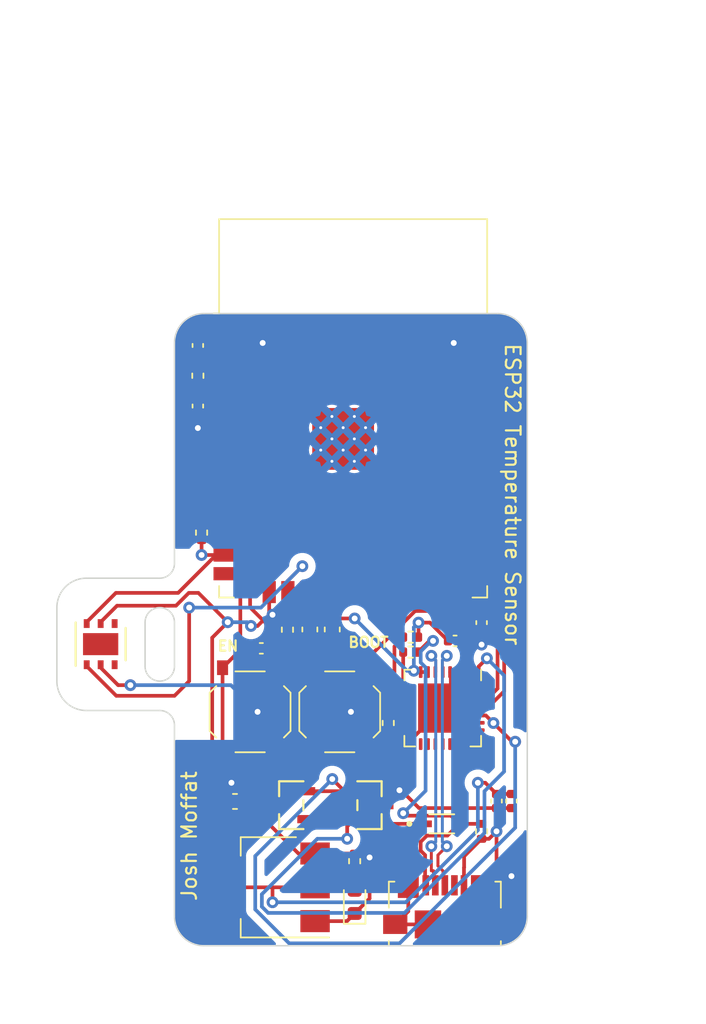
<source format=kicad_pcb>
(kicad_pcb (version 20221018) (generator pcbnew)
  (layers (0 "F.Cu" signal) (31 "B.Cu" signal) (34 "B.Paste" user) (35 "F.Paste" user) (36 "B.SilkS" user "B.Silkscreen") (37 "F.SilkS" user "F.Silkscreen") (38 "B.Mask" user) (39 "F.Mask" user) (44 "Edge.Cuts" user))
  (net 0 "")
  (net 1 "+3V3")
  (net 2 "GND")
  (net 3 "EN")
  (net 4 "+5V")
  (net 5 "IO0")
  (net 6 "Net-(D1-A)")
  (net 7 "VBUS")
  (net 8 "USB_N")
  (net 9 "USB_P")
  (net 11 "unconnected-(J1-Shield-Pad6)")
  (net 12 "IO13")
  (net 16 "DTR")
  (net 17 "RTS")
  (net 18 "Net-(U3-VBUS)")
  (net 19 "Net-(U3-~{SUSPEND})")
  (net 20 "Net-(U3-~{RST})")
  (net 21 "IO12")
  (net 22 "IO14")
  (net 23 "IO27")
  (net 24 "IO19")
  (net 25 "IO18")
  (net 26 "IO5")
  (net 27 "IO17")
  (net 28 "IO16")
  (net 48 "RX")
  (net 49 "TX")
  (footprint "Capacitor_SMD:C_0402_1005Metric" (layer "F.Cu") (at 148.59 64.29 -90)
    (fp_text reference "C3" hide)
    (fp_text value "0.1uf")
    (pad "1" smd roundrect (at -0.48 0 270) (size 0.56 0.62) (layers "F.Cu" "F.Paste" "F.Mask") (net 3 "EN"))
    (pad "2" smd roundrect (at 0.48 0 270) (size 0.56 0.62) (layers "F.Cu" "F.Paste" "F.Mask") (net 2 "GND"))
  )
  (footprint "Resistor_SMD:R_0402_1005Metric" (layer "F.Cu") (at 161.544 85.85 90)
    (fp_text reference "R5")
    (fp_text value "10kk")
    (pad "1" smd roundrect (at -0.51 0 90) (size 0.54 0.64) (layers "F.Cu" "F.Paste" "F.Mask") (net 2 "GND"))
    (pad "2" smd roundrect (at 0.51 0 90) (size 0.54 0.64) (layers "F.Cu" "F.Paste" "F.Mask") (net 19 "Net-(U3-~{SUSPEND})"))
  )
  (footprint "Button_Switch_SMD:SW_Push_1P1T_XKB_TS-1187A" (layer "F.Cu") (at 152.146 85.09 -90)
    (fp_text reference "S2" hide)
    (fp_text value "B3U-1000P")
    (pad "1" smd rect (at -3 -1.875 270) (size 1 0.75) (layers "F.Cu" "F.Paste" "F.Mask") (net 2 "GND"))
    (pad "1" smd rect (at 3 -1.875 270) (size 1 0.75) (layers "F.Cu" "F.Paste" "F.Mask") (net 2 "GND"))
    (pad "2" smd rect (at -3 1.875 270) (size 1 0.75) (layers "F.Cu" "F.Paste" "F.Mask") (net 3 "EN"))
    (pad "2" smd rect (at 3 1.875 270) (size 1 0.75) (layers "F.Cu" "F.Paste" "F.Mask") (net 3 "EN"))
  )
  (footprint "Capacitor_SMD:C_0402_1005Metric" (layer "F.Cu") (at 169.926 91.158 -90)
    (fp_text reference "C10" hide)
    (fp_text value "0.1uf")
    (pad "1" smd roundrect (at -0.48 0 270) (size 0.56 0.62) (layers "F.Cu" "F.Paste" "F.Mask") (net 1 "+3V3"))
    (pad "2" smd roundrect (at 0.48 0 270) (size 0.56 0.62) (layers "F.Cu" "F.Paste" "F.Mask") (net 2 "GND"))
  )
  (footprint "footprints:TRAN_SS8050-G_CIP" (layer "F.Cu") (at 160.269 91.44 -90)
    (fp_text reference "Q2")
    (fp_text value "SS8050-G")
    (pad "1" smd rect (at -0.950001 1.020999 270) (size 0.5588 1.2192) (layers "F.Cu" "F.Paste" "F.Mask") (net 17 "RTS"))
    (pad "2" smd rect (at 0.950001 1.020999 270) (size 0.5588 1.2192) (layers "F.Cu" "F.Paste" "F.Mask") (net 16 "DTR"))
    (pad "3" smd rect (at 0 -1.021 270) (size 0.5588 1.2192) (layers "F.Cu" "F.Paste" "F.Mask") (net 5 "IO0"))
  )
  (footprint "Resistor_SMD:R_0402_1005Metric" (layer "F.Cu") (at 163.07 80.01)
    (fp_text reference "R6" hide)
    (fp_text value "2k")
    (pad "1" smd roundrect (at -0.51 0) (size 0.54 0.64) (layers "F.Cu" "F.Paste" "F.Mask") (net 20 "Net-(U3-~{RST})"))
    (pad "2" smd roundrect (at 0.51 0) (size 0.54 0.64) (layers "F.Cu" "F.Paste" "F.Mask") (net 1 "+3V3"))
  )
  (footprint "Resistor_SMD:R_0402_1005Metric" (layer "F.Cu") (at 163.07 81.026 180)
    (fp_text reference "R3" hide)
    (fp_text value "22.1k")
    (pad "1" smd roundrect (at -0.51 0 180) (size 0.54 0.64) (layers "F.Cu" "F.Paste" "F.Mask") (net 7 "VBUS"))
    (pad "2" smd roundrect (at 0.51 0 180) (size 0.54 0.64) (layers "F.Cu" "F.Paste" "F.Mask") (net 18 "Net-(U3-VBUS)"))
  )
  (footprint "Package_TO_SOT_SMD:SOT-223-3_TabPin2" (layer "F.Cu") (at 153.416 97.028 180)
    (fp_text reference "U2")
    (fp_text value "AMS1117-3.3")
    (pad "1" smd rect (at -3.15 -2.3 180) (size 2 1.5) (layers "F.Cu" "F.Paste" "F.Mask") (net 2 "GND"))
    (pad "2" smd rect (at -3.15 0 180) (size 2 1.5) (layers "F.Cu" "F.Paste" "F.Mask") (net 1 "+3V3"))
    (pad "2" smd rect (at 3.15 0 180) (size 2 3.8) (layers "F.Cu" "F.Paste" "F.Mask") (net 1 "+3V3"))
    (pad "3" smd rect (at -3.15 2.3 180) (size 2 1.5) (layers "F.Cu" "F.Paste" "F.Mask") (net 4 "+5V"))
  )
  (footprint "Capacitor_SMD:C_0402_1005Metric" (layer "F.Cu") (at 166.088 80.264)
    (fp_text reference "C9" hide)
    (fp_text value "0.1uf")
    (pad "1" smd roundrect (at -0.48 0) (size 0.56 0.62) (layers "F.Cu" "F.Paste" "F.Mask") (net 1 "+3V3"))
    (pad "2" smd roundrect (at 0.48 0) (size 0.56 0.62) (layers "F.Cu" "F.Paste" "F.Mask") (net 2 "GND"))
  )
  (footprint "Resistor_SMD:R_0402_1005Metric" (layer "F.Cu") (at 154.686 79.504 90)
    (fp_text reference "R7" hide)
    (fp_text value "10k")
    (pad "1" smd roundrect (at -0.51 0 90) (size 0.54 0.64) (layers "F.Cu" "F.Paste" "F.Mask") (net 1 "+3V3"))
    (pad "2" smd roundrect (at 0.51 0 90) (size 0.54 0.64) (layers "F.Cu" "F.Paste" "F.Mask") (net 12 "IO13"))
  )
  (footprint "Package_SON:Texas_PWSON-N6" (layer "F.Cu") (at 141.977705 80.486271 90)
    (fp_text reference "U4" hide)
    (fp_text value "HDC1080")
    (pad "1" smd rect (at -1.4 -0.95 90) (size 0.6 0.4) (layers "F.Cu" "F.Paste" "F.Mask") (net 12 "IO13"))
    (pad "2" smd rect (at -1.4 0 90) (size 0.6 0.4) (layers "F.Cu" "F.Paste" "F.Mask") (net 2 "GND"))
    (pad "3" smd rect (at -1.4 0.95 90) (size 0.6 0.4) (layers "F.Cu" "F.Paste" "F.Mask"))
    (pad "4" smd rect (at 1.4 0.95 90) (size 0.6 0.4) (layers "F.Cu" "F.Paste" "F.Mask"))
    (pad "5" smd rect (at 1.4 0 90) (size 0.6 0.4) (layers "F.Cu" "F.Paste" "F.Mask") (net 1 "+3V3"))
    (pad "6" smd rect (at 1.4 -0.95 90) (size 0.6 0.4) (layers "F.Cu" "F.Paste" "F.Mask") (net 22 "IO14"))
    (pad "7" smd rect (at 0 0 90) (size 1.5 2.4) (layers "F.Cu" "F.Paste" "F.Mask"))
  )
  (footprint "Capacitor_SMD:C_0603_1608Metric" (layer "F.Cu") (at 157.734 79.489 -90)
    (fp_text reference "C5" hide)
    (fp_text value "22uf")
    (pad "1" smd roundrect (at -0.775 0 270) (size 0.9 0.95) (layers "F.Cu" "F.Paste" "F.Mask") (net 1 "+3V3"))
    (pad "2" smd roundrect (at 0.775 0 270) (size 0.9 0.95) (layers "F.Cu" "F.Paste" "F.Mask") (net 2 "GND"))
  )
  (footprint "BAT760_7 (2):SOD2513X120N" (layer "F.Cu") (at 165.18 92.71)
    (fp_text reference "D2" hide)
    (fp_text value "BAT760-7")
    (pad "A" smd rect (at 1.19 0) (size 1.04 0.46) (layers "F.Cu" "F.Paste" "F.Mask") (net 7 "VBUS"))
    (pad "C" smd rect (at -1.19 0) (size 1.04 0.46) (layers "F.Cu" "F.Paste" "F.Mask") (net 4 "+5V"))
  )
  (footprint "Capacitor_SMD:C_0402_1005Metric" (layer "F.Cu") (at 148.59 60.17 90)
    (fp_text reference "C1" hide)
    (fp_text value "0.1uf")
    (pad "1" smd roundrect (at -0.48 0 90) (size 0.56 0.62) (layers "F.Cu" "F.Paste" "F.Mask") (net 1 "+3V3"))
    (pad "2" smd roundrect (at 0.48 0 90) (size 0.56 0.62) (layers "F.Cu" "F.Paste" "F.Mask") (net 2 "GND"))
  )
  (footprint "Resistor_SMD:R_0402_1005Metric" (layer "F.Cu") (at 167.894 93.22 90)
    (fp_text reference "R4" hide)
    (fp_text value "47.5k")
    (pad "1" smd roundrect (at -0.51 0 90) (size 0.54 0.64) (layers "F.Cu" "F.Paste" "F.Mask") (net 2 "GND"))
    (pad "2" smd roundrect (at 0.51 0 90) (size 0.54 0.64) (layers "F.Cu" "F.Paste" "F.Mask") (net 7 "VBUS"))
  )
  (footprint "Capacitor_SMD:C_0603_1608Metric" (layer "F.Cu") (at 151.117 91.186 180)
    (fp_text reference "C4")
    (fp_text value "22uf")
    (pad "1" smd roundrect (at -0.775 0 180) (size 0.9 0.95) (layers "F.Cu" "F.Paste" "F.Mask") (net 4 "+5V"))
    (pad "2" smd roundrect (at 0.775 0 180) (size 0.9 0.95) (layers "F.Cu" "F.Paste" "F.Mask") (net 2 "GND"))
  )
  (footprint "RF_Module:ESP32-WROOM-32" (layer "F.Cu") (at 159.155 67.435)
    (fp_text reference "U1" hide)
    (fp_text value "ESP32-WROOM-32")
    (pad "1" smd rect (at -8.75 -8.25) (size 1.5 0.9) (layers "F.Cu" "F.Paste" "F.Mask") (net 2 "GND"))
    (pad "2" smd rect (at -8.75 -6.98) (size 1.5 0.9) (layers "F.Cu" "F.Paste" "F.Mask") (net 1 "+3V3"))
    (pad "3" smd rect (at -8.75 -5.71) (size 1.5 0.9) (layers "F.Cu" "F.Paste" "F.Mask") (net 3 "EN"))
    (pad "4" smd rect (at -8.75 -4.44) (size 1.5 0.9) (layers "F.Cu" "F.Paste" "F.Mask"))
    (pad "5" smd rect (at -8.75 -3.17) (size 1.5 0.9) (layers "F.Cu" "F.Paste" "F.Mask"))
    (pad "6" smd rect (at -8.75 -1.9) (size 1.5 0.9) (layers "F.Cu" "F.Paste" "F.Mask"))
    (pad "7" smd rect (at -8.75 -0.63) (size 1.5 0.9) (layers "F.Cu" "F.Paste" "F.Mask"))
    (pad "8" smd rect (at -8.75 0.64) (size 1.5 0.9) (layers "F.Cu" "F.Paste" "F.Mask"))
    (pad "9" smd rect (at -8.75 1.91) (size 1.5 0.9) (layers "F.Cu" "F.Paste" "F.Mask"))
    (pad "10" smd rect (at -8.75 3.18) (size 1.5 0.9) (layers "F.Cu" "F.Paste" "F.Mask"))
    (pad "11" smd rect (at -8.75 4.45) (size 1.5 0.9) (layers "F.Cu" "F.Paste" "F.Mask"))
    (pad "12" smd rect (at -8.75 5.72) (size 1.5 0.9) (layers "F.Cu" "F.Paste" "F.Mask") (net 23 "IO27"))
    (pad "13" smd rect (at -8.75 6.99) (size 1.5 0.9) (layers "F.Cu" "F.Paste" "F.Mask") (net 22 "IO14"))
    (pad "14" smd rect (at -8.75 8.26) (size 1.5 0.9) (layers "F.Cu" "F.Paste" "F.Mask") (net 21 "IO12"))
    (pad "15" smd rect (at -5.71 9.51 90) (size 1.5 0.9) (layers "F.Cu" "F.Paste" "F.Mask") (net 2 "GND"))
    (pad "16" smd rect (at -4.44 9.51 90) (size 1.5 0.9) (layers "F.Cu" "F.Paste" "F.Mask") (net 12 "IO13"))
    (pad "17" smd rect (at -3.17 9.51 90) (size 1.5 0.9) (layers "F.Cu" "F.Paste" "F.Mask"))
    (pad "18" smd rect (at -1.9 9.51 90) (size 1.5 0.9) (layers "F.Cu" "F.Paste" "F.Mask"))
    (pad "19" smd rect (at -0.63 9.51 90) (size 1.5 0.9) (layers "F.Cu" "F.Paste" "F.Mask"))
    (pad "20" smd rect (at 0.64 9.51 90) (size 1.5 0.9) (layers "F.Cu" "F.Paste" "F.Mask"))
    (pad "21" smd rect (at 1.91 9.51 90) (size 1.5 0.9) (layers "F.Cu" "F.Paste" "F.Mask"))
    (pad "22" smd rect (at 3.18 9.51 90) (size 1.5 0.9) (layers "F.Cu" "F.Paste" "F.Mask"))
    (pad "23" smd rect (at 4.45 9.51 90) (size 1.5 0.9) (layers "F.Cu" "F.Paste" "F.Mask"))
    (pad "24" smd rect (at 5.72 9.51 90) (size 1.5 0.9) (layers "F.Cu" "F.Paste" "F.Mask"))
    (pad "25" smd rect (at 8.75 8.26) (size 1.5 0.9) (layers "F.Cu" "F.Paste" "F.Mask") (net 5 "IO0"))
    (pad "26" smd rect (at 8.75 6.99) (size 1.5 0.9) (layers "F.Cu" "F.Paste" "F.Mask"))
    (pad "27" smd rect (at 8.75 5.72) (size 1.5 0.9) (layers "F.Cu" "F.Paste" "F.Mask") (net 28 "IO16"))
    (pad "28" smd rect (at 8.75 4.45) (size 1.5 0.9) (layers "F.Cu" "F.Paste" "F.Mask") (net 27 "IO17"))
    (pad "29" smd rect (at 8.75 3.18) (size 1.5 0.9) (layers "F.Cu" "F.Paste" "F.Mask") (net 26 "IO5"))
    (pad "30" smd rect (at 8.75 1.91) (size 1.5 0.9) (layers "F.Cu" "F.Paste" "F.Mask") (net 25 "IO18"))
    (pad "31" smd rect (at 8.75 0.64) (size 1.5 0.9) (layers "F.Cu" "F.Paste" "F.Mask") (net 24 "IO19"))
    (pad "32" smd rect (at 8.75 -0.63) (size 1.5 0.9) (layers "F.Cu" "F.Paste" "F.Mask"))
    (pad "33" smd rect (at 8.75 -1.9) (size 1.5 0.9) (layers "F.Cu" "F.Paste" "F.Mask"))
    (pad "34" smd rect (at 8.75 -3.17) (size 1.5 0.9) (layers "F.Cu" "F.Paste" "F.Mask") (net 49 "TX"))
    (pad "35" smd rect (at 8.75 -4.44) (size 1.5 0.9) (layers "F.Cu" "F.Paste" "F.Mask") (net 48 "RX"))
    (pad "36" smd rect (at 8.75 -5.71) (size 1.5 0.9) (layers "F.Cu" "F.Paste" "F.Mask"))
    (pad "37" smd rect (at 8.75 -6.98) (size 1.5 0.9) (layers "F.Cu" "F.Paste" "F.Mask"))
    (pad "38" smd rect (at 8.75 -8.25) (size 1.5 0.9) (layers "F.Cu" "F.Paste" "F.Mask") (net 2 "GND"))
    (pad "39" smd rect (at -2.205 -2.435) (size 1.05 1.05) (layers "F.Cu" "F.Paste") (net 2 "GND"))
    (pad "39" thru_hole circle (at -2.205 -1.6725) (size 0.6 0.6) (drill 0.2) (property pad_prop_heatsink) (layers "*.Cu" "F.Mask") (net 2 "GND"))
    (pad "39" smd rect (at -2.205 -0.91) (size 1.05 1.05) (layers "F.Cu" "F.Paste") (net 2 "GND"))
    (pad "39" thru_hole circle (at -2.205 -0.1475) (size 0.6 0.6) (drill 0.2) (property pad_prop_heatsink) (layers "*.Cu" "F.Mask") (net 2 "GND"))
    (pad "39" smd rect (at -2.205 0.615) (size 1.05 1.05) (layers "F.Cu" "F.Paste") (net 2 "GND"))
    (pad "39" thru_hole circle (at -1.4425 -2.435) (size 0.6 0.6) (drill 0.2) (property pad_prop_heatsink) (layers "*.Cu" "F.Mask") (net 2 "GND"))
    (pad "39" thru_hole circle (at -1.4425 -0.91) (size 0.6 0.6) (drill 0.2) (property pad_prop_heatsink) (layers "*.Cu" "F.Mask") (net 2 "GND"))
    (pad "39" thru_hole circle (at -1.4425 0.615) (size 0.6 0.6) (drill 0.2) (property pad_prop_heatsink) (layers "*.Cu" "F.Mask") (net 2 "GND"))
    (pad "39" smd rect (at -0.68 -2.435) (size 1.05 1.05) (layers "F.Cu" "F.Paste") (net 2 "GND"))
    (pad "39" thru_hole circle (at -0.68 -1.6725) (size 0.6 0.6) (drill 0.2) (property pad_prop_heatsink) (layers "*.Cu" "F.Mask") (net 2 "GND"))
    (pad "39" smd rect (at -0.68 -0.91) (size 1.05 1.05) (layers "F.Cu" "F.Paste") (net 2 "GND"))
    (pad "39" smd rect (at -0.68 -0.91) (size 4.2 4.2) (layers "F.Cu" "F.Mask") (net 2 "GND"))
    (pad "39" thru_hole circle (at -0.68 -0.1475) (size 0.6 0.6) (drill 0.2) (property pad_prop_heatsink) (layers "*.Cu" "F.Mask") (net 2 "GND"))
    (pad "39" smd rect (at -0.68 0.615) (size 1.05 1.05) (layers "F.Cu" "F.Paste") (net 2 "GND"))
    (pad "39" thru_hole circle (at 0.0825 -2.435) (size 0.6 0.6) (drill 0.2) (property pad_prop_heatsink) (layers "*.Cu" "F.Mask") (net 2 "GND"))
    (pad "39" thru_hole circle (at 0.0825 -0.91) (size 0.6 0.6) (drill 0.2) (property pad_prop_heatsink) (layers "*.Cu" "F.Mask") (net 2 "GND"))
    (pad "39" thru_hole circle (at 0.0825 0.615) (size 0.6 0.6) (drill 0.2) (property pad_prop_heatsink) (layers "*.Cu" "F.Mask") (net 2 "GND"))
    (pad "39" smd rect (at 0.845 -2.435) (size 1.05 1.05) (layers "F.Cu" "F.Paste") (net 2 "GND"))
    (pad "39" thru_hole circle (at 0.845 -1.6725) (size 0.6 0.6) (drill 0.2) (property pad_prop_heatsink) (layers "*.Cu" "F.Mask") (net 2 "GND"))
    (pad "39" smd rect (at 0.845 -0.91) (size 1.05 1.05) (layers "F.Cu" "F.Paste") (net 2 "GND"))
    (pad "39" thru_hole circle (at 0.845 -0.1475) (size 0.6 0.6) (drill 0.2) (property pad_prop_heatsink) (layers "*.Cu" "F.Mask") (net 2 "GND"))
    (pad "39" smd rect (at 0.845 0.615) (size 1.05 1.05) (layers "F.Cu" "F.Paste") (net 2 "GND"))
    (zone (net 0) (net_name "") (layers "F.Cu" "In1.Cu" "B.Cu") (connect_pads (clearance 0)) (min_thickness 0.254)
      (keepout (tracks not_allowed) (vias not_allowed) (pads not_allowed) (copperpour not_allowed) (footprints not_allowed))
      (fill (thermal_gap 0.508) (thermal_bridge_width 0.508))
      (polygon (pts (xy 135.155 57.635) (xy 183.155 57.635) (xy 183.155 36.695) (xy 135.155 36.695)))
    )
  )
  (footprint "Capacitor_SMD:C_0603_1608Metric" (layer "F.Cu") (at 156.21 79.489 -90)
    (fp_text reference "C2" hide)
    (fp_text value "22uf")
    (pad "1" smd roundrect (at -0.775 0 270) (size 0.9 0.95) (layers "F.Cu" "F.Paste" "F.Mask") (net 1 "+3V3"))
    (pad "2" smd roundrect (at 0.775 0 270) (size 0.9 0.95) (layers "F.Cu" "F.Paste" "F.Mask") (net 2 "GND"))
  )
  (footprint "Capacitor_SMD:C_0402_1005Metric" (layer "F.Cu") (at 167.894 79.022 90)
    (fp_text reference "C6" hide)
    (fp_text value "0.1uf")
    (pad "1" smd roundrect (at -0.48 0 90) (size 0.56 0.62) (layers "F.Cu" "F.Paste" "F.Mask") (net 2 "GND"))
    (pad "2" smd roundrect (at 0.48 0 90) (size 0.56 0.62) (layers "F.Cu" "F.Paste" "F.Mask") (net 5 "IO0"))
  )
  (footprint "Resistor_SMD:R_0402_1005Metric" (layer "F.Cu") (at 148.844 72.9 -90)
    (fp_text reference "R8" hide)
    (fp_text value "10k")
    (pad "1" smd roundrect (at -0.51 0 270) (size 0.54 0.64) (layers "F.Cu" "F.Paste" "F.Mask") (net 1 "+3V3"))
    (pad "2" smd roundrect (at 0.51 0 270) (size 0.54 0.64) (layers "F.Cu" "F.Paste" "F.Mask") (net 22 "IO14"))
  )
  (footprint "footprints:TRAN_SS8050-G_CIP" (layer "F.Cu") (at 154.945 91.44 90)
    (fp_text reference "Q1")
    (fp_text value "SS8050-G")
    (pad "1" smd rect (at -0.950001 1.020999 90) (size 0.5588 1.2192) (layers "F.Cu" "F.Paste" "F.Mask") (net 16 "DTR"))
    (pad "2" smd rect (at 0.950001 1.020999 90) (size 0.5588 1.2192) (layers "F.Cu" "F.Paste" "F.Mask") (net 17 "RTS"))
    (pad "3" smd rect (at 0 -1.021 90) (size 0.5588 1.2192) (layers "F.Cu" "F.Paste" "F.Mask") (net 3 "EN"))
  )
  (footprint "Resistor_SMD:R_0402_1005Metric" (layer "F.Cu") (at 159.258 95.248 -90)
    (fp_text reference "R2")
    (fp_text value "2k")
    (pad "1" smd roundrect (at -0.51 0 270) (size 0.54 0.64) (layers "F.Cu" "F.Paste" "F.Mask") (net 4 "+5V"))
    (pad "2" smd roundrect (at 0.51 0 270) (size 0.54 0.64) (layers "F.Cu" "F.Paste" "F.Mask") (net 6 "Net-(D1-A)"))
  )
  (footprint "Resistor_SMD:R_0402_1005Metric" (layer "F.Cu") (at 148.59 62.228 -90)
    (fp_text reference "R1" hide)
    (fp_text value "10k")
    (pad "1" smd roundrect (at -0.51 0 270) (size 0.54 0.64) (layers "F.Cu" "F.Paste" "F.Mask") (net 1 "+3V3"))
    (pad "2" smd roundrect (at 0.51 0 270) (size 0.54 0.64) (layers "F.Cu" "F.Paste" "F.Mask") (net 3 "EN"))
  )
  (footprint "LED_SMD:LED_0603_1608Metric" (layer "F.Cu") (at 159.258 98.0185 90)
    (fp_text reference "D1")
    (fp_text value "LED")
    (pad "1" smd roundrect (at -0.7875 0 90) (size 0.875 0.95) (layers "F.Cu" "F.Paste" "F.Mask") (net 2 "GND"))
    (pad "2" smd roundrect (at 0.7875 0 90) (size 0.875 0.95) (layers "F.Cu" "F.Paste" "F.Mask") (net 6 "Net-(D1-A)"))
  )
  (footprint "Capacitor_SMD:C_0402_1005Metric" (layer "F.Cu") (at 152.908 80.772 180)
    (fp_text reference "C7" hide)
    (fp_text value "0.1uf")
    (pad "1" smd roundrect (at -0.48 0 180) (size 0.56 0.62) (layers "F.Cu" "F.Paste" "F.Mask") (net 2 "GND"))
    (pad "2" smd roundrect (at 0.48 0 180) (size 0.56 0.62) (layers "F.Cu" "F.Paste" "F.Mask") (net 3 "EN"))
  )
  (footprint "Button_Switch_SMD:SW_Push_1P1T_XKB_TS-1187A" (layer "F.Cu") (at 158.242 85.09 -90)
    (fp_text reference "S1" hide)
    (fp_text value "B3U-1000P")
    (pad "1" smd rect (at -3 -1.875 270) (size 1 0.75) (layers "F.Cu" "F.Paste" "F.Mask") (net 2 "GND"))
    (pad "1" smd rect (at 3 -1.875 270) (size 1 0.75) (layers "F.Cu" "F.Paste" "F.Mask") (net 2 "GND"))
    (pad "2" smd rect (at -3 1.875 270) (size 1 0.75) (layers "F.Cu" "F.Paste" "F.Mask") (net 5 "IO0"))
    (pad "2" smd rect (at 3 1.875 270) (size 1 0.75) (layers "F.Cu" "F.Paste" "F.Mask") (net 5 "IO0"))
  )
  (footprint "Capacitor_SMD:C_0402_1005Metric" (layer "F.Cu") (at 168.91 91.158 -90)
    (fp_text reference "C8" hide)
    (fp_text value "4.7uf")
    (pad "1" smd roundrect (at -0.48 0 270) (size 0.56 0.62) (layers "F.Cu" "F.Paste" "F.Mask") (net 1 "+3V3"))
    (pad "2" smd roundrect (at 0.48 0 270) (size 0.56 0.62) (layers "F.Cu" "F.Paste" "F.Mask") (net 2 "GND"))
  )
  (footprint "Connector_USB:USB_Micro-B_Molex_47346-0001" (layer "F.Cu") (at 165.395015 98.350673)
    (fp_text reference "J1" hide)
    (fp_text value "USB_B_Micro")
    (pad "1" smd rect (at -1.3 -1.46) (size 0.45 1.38) (layers "F.Cu" "F.Paste" "F.Mask") (net 7 "VBUS"))
    (pad "2" smd rect (at -0.65 -1.46) (size 0.45 1.38) (layers "F.Cu" "F.Paste" "F.Mask") (net 8 "USB_N"))
    (pad "3" smd rect (at 0 -1.46) (size 0.45 1.38) (layers "F.Cu" "F.Paste" "F.Mask") (net 9 "USB_P"))
    (pad "4" smd rect (at 0.65 -1.46) (size 0.45 1.38) (layers "F.Cu" "F.Paste" "F.Mask"))
    (pad "5" smd rect (at 1.3 -1.46) (size 0.45 1.38) (layers "F.Cu" "F.Paste" "F.Mask") (net 2 "GND"))
    (pad "6" smd rect (at -3.375 1.2) (size 1.65 1.3) (layers "F.Cu" "F.Paste" "F.Mask") (net 11 "unconnected-(J1-Shield-Pad6)"))
    (pad "6" smd rect (at -2.4875 -1.375) (size 1.425 1.55) (layers "F.Cu" "F.Paste" "F.Mask") (net 11 "unconnected-(J1-Shield-Pad6)"))
    (pad "6" smd rect (at -1.15 1.2) (size 1.8 1.9) (layers "F.Cu" "F.Paste" "F.Mask") (net 11 "unconnected-(J1-Shield-Pad6)"))
    (pad "6" smd rect (at 1.55 1.2) (size 1 1.9) (layers "F.Cu" "F.Paste" "F.Mask") (net 11 "unconnected-(J1-Shield-Pad6)"))
    (pad "6" smd rect (at 2.4875 -1.375) (size 1.425 1.55) (layers "F.Cu" "F.Paste" "F.Mask") (net 11 "unconnected-(J1-Shield-Pad6)"))
    (pad "6" smd rect (at 3.375 1.2) (size 1.65 1.3) (layers "F.Cu" "F.Paste" "F.Mask") (net 11 "unconnected-(J1-Shield-Pad6)"))
  )
  (footprint "Package_DFN_QFN:QFN-28-1EP_5x5mm_P0.5mm_EP3.35x3.35mm" (layer "F.Cu") (at 165.25 84.836 -90)
    (fp_text reference "U3" hide)
    (fp_text value "CP2102N-Axx-xQFN28")
    (pad "1" smd roundrect (at -2.45 -1.5 270) (size 0.8 0.25) (layers "F.Cu" "F.Paste" "F.Mask"))
    (pad "2" smd roundrect (at -2.45 -1 270) (size 0.8 0.25) (layers "F.Cu" "F.Paste" "F.Mask"))
    (pad "3" smd roundrect (at -2.45 -0.5 270) (size 0.8 0.25) (layers "F.Cu" "F.Paste" "F.Mask") (net 2 "GND"))
    (pad "4" smd roundrect (at -2.45 0 270) (size 0.8 0.25) (layers "F.Cu" "F.Paste" "F.Mask") (net 9 "USB_P"))
    (pad "5" smd roundrect (at -2.45 0.5 270) (size 0.8 0.25) (layers "F.Cu" "F.Paste" "F.Mask") (net 8 "USB_N"))
    (pad "6" smd roundrect (at -2.45 1 270) (size 0.8 0.25) (layers "F.Cu" "F.Paste" "F.Mask") (net 1 "+3V3"))
    (pad "7" smd roundrect (at -2.45 1.5 270) (size 0.8 0.25) (layers "F.Cu" "F.Paste" "F.Mask") (net 1 "+3V3"))
    (pad "8" smd roundrect (at -1.5 2.45 270) (size 0.25 0.8) (layers "F.Cu" "F.Paste" "F.Mask") (net 18 "Net-(U3-VBUS)"))
    (pad "9" smd roundrect (at -1 2.45 270) (size 0.25 0.8) (layers "F.Cu" "F.Paste" "F.Mask") (net 20 "Net-(U3-~{RST})"))
    (pad "10" smd roundrect (at -0.5 2.45 270) (size 0.25 0.8) (layers "F.Cu" "F.Paste" "F.Mask"))
    (pad "11" smd roundrect (at 0 2.45 270) (size 0.25 0.8) (layers "F.Cu" "F.Paste" "F.Mask") (net 19 "Net-(U3-~{SUSPEND})"))
    (pad "12" smd roundrect (at 0.5 2.45 270) (size 0.25 0.8) (layers "F.Cu" "F.Paste" "F.Mask"))
    (pad "13" smd roundrect (at 1 2.45 270) (size 0.25 0.8) (layers "F.Cu" "F.Paste" "F.Mask"))
    (pad "14" smd roundrect (at 1.5 2.45 270) (size 0.25 0.8) (layers "F.Cu" "F.Paste" "F.Mask"))
    (pad "15" smd roundrect (at 2.45 1.5 270) (size 0.8 0.25) (layers "F.Cu" "F.Paste" "F.Mask"))
    (pad "16" smd roundrect (at 2.45 1 270) (size 0.8 0.25) (layers "F.Cu" "F.Paste" "F.Mask"))
    (pad "17" smd roundrect (at 2.45 0.5 270) (size 0.8 0.25) (layers "F.Cu" "F.Paste" "F.Mask"))
    (pad "18" smd roundrect (at 2.45 0 270) (size 0.8 0.25) (layers "F.Cu" "F.Paste" "F.Mask"))
    (pad "19" smd roundrect (at 2.45 -0.5 270) (size 0.8 0.25) (layers "F.Cu" "F.Paste" "F.Mask"))
    (pad "20" smd roundrect (at 2.45 -1 270) (size 0.8 0.25) (layers "F.Cu" "F.Paste" "F.Mask"))
    (pad "21" smd roundrect (at 2.45 -1.5 270) (size 0.8 0.25) (layers "F.Cu" "F.Paste" "F.Mask"))
    (pad "22" smd roundrect (at 1.5 -2.45 270) (size 0.25 0.8) (layers "F.Cu" "F.Paste" "F.Mask"))
    (pad "23" smd roundrect (at 1 -2.45 270) (size 0.25 0.8) (layers "F.Cu" "F.Paste" "F.Mask"))
    (pad "24" smd roundrect (at 0.5 -2.45 270) (size 0.25 0.8) (layers "F.Cu" "F.Paste" "F.Mask") (net 17 "RTS"))
    (pad "25" smd roundrect (at 0 -2.45 270) (size 0.25 0.8) (layers "F.Cu" "F.Paste" "F.Mask") (net 48 "RX"))
    (pad "26" smd roundrect (at -0.5 -2.45 270) (size 0.25 0.8) (layers "F.Cu" "F.Paste" "F.Mask") (net 49 "TX"))
    (pad "27" smd roundrect (at -1 -2.45 270) (size 0.25 0.8) (layers "F.Cu" "F.Paste" "F.Mask"))
    (pad "28" smd roundrect (at -1.5 -2.45 270) (size 0.25 0.8) (layers "F.Cu" "F.Paste" "F.Mask") (net 16 "DTR"))
    (pad "29" smd rect (at 0 0 270) (size 3.35 3.35) (layers "F.Cu" "F.Mask") (net 2 "GND"))
  )
  (gr_line (start 169 101) (end 149 101) (stroke (width 0.1)) (layer "Edge.Cuts"))
  (gr_line (start 145 79) (end 145 82) (stroke (width 0.1)) (layer "Edge.Cuts"))
  (gr_arc (start 139 78) (mid 139.585786 76.585786) (end 141 76) (stroke (width 0.1)) (layer "Edge.Cuts"))
  (gr_arc (start 171 99) (mid 170.414214 100.414214) (end 169 101) (stroke (width 0.1)) (layer "Edge.Cuts"))
  (gr_arc (start 145 79) (mid 146 78) (end 147 79) (stroke (width 0.1)) (layer "Edge.Cuts"))
  (gr_arc (start 147 75) (mid 146.707107 75.707107) (end 146 76) (stroke (width 0.1)) (layer "Edge.Cuts"))
  (gr_line (start 146 85) (end 141 85) (stroke (width 0.1)) (layer "Edge.Cuts"))
  (gr_arc (start 147 82) (mid 146 83) (end 145 82) (stroke (width 0.1)) (layer "Edge.Cuts"))
  (gr_line (start 139 78) (end 139 83) (stroke (width 0.1)) (layer "Edge.Cuts"))
  (gr_line (start 149 58) (end 169 58) (stroke (width 0.1)) (layer "Edge.Cuts"))
  (gr_line (start 147 86) (end 147 99) (stroke (width 0.1)) (layer "Edge.Cuts"))
  (gr_arc (start 169 58) (mid 170.414214 58.585786) (end 171 60) (stroke (width 0.1)) (layer "Edge.Cuts"))
  (gr_arc (start 146 85) (mid 146.707107 85.292893) (end 147 86) (stroke (width 0.1)) (layer "Edge.Cuts"))
  (gr_arc (start 149 101) (mid 147.585786 100.414214) (end 147 99) (stroke (width 0.1)) (layer "Edge.Cuts"))
  (gr_arc (start 147 60) (mid 147.585786 58.585786) (end 149 58) (stroke (width 0.1)) (layer "Edge.Cuts"))
  (gr_line (start 146 76) (end 141 76) (stroke (width 0.1)) (layer "Edge.Cuts"))
  (gr_line (start 171 98) (end 171 99) (stroke (width 0.1)) (layer "Edge.Cuts"))
  (gr_line (start 147 79) (end 147 82) (stroke (width 0.1)) (layer "Edge.Cuts"))
  (gr_line (start 147 60) (end 147 75) (stroke (width 0.1)) (layer "Edge.Cuts"))
  (gr_arc (start 141 85) (mid 139.585786 84.414214) (end 139 83) (stroke (width 0.1)) (layer "Edge.Cuts"))
  (gr_line (start 171 60) (end 171 98) (stroke (width 0.1)) (layer "Edge.Cuts"))
  (gr_text "Josh Moffat" (at 148.59 98.044 90) (layer "F.SilkS") (effects (font (size 1 1)) (justify left bottom)))
  (gr_text "EN" (at 149.86 81.026) (layer "F.SilkS") (effects (font (size 0.7 0.7)) (justify left bottom)))
  (gr_text "ESP32 Temperature Sensor" (at 169.418 59.944 -90) (layer "F.SilkS") (effects (font (size 1 1)) (justify left bottom)))
  (gr_text "BOOT" (at 158.75 80.772) (layer "F.SilkS") (effects (font (size 0.7 0.7)) (justify left bottom)))
  (segment (start 156.21 78.714) (end 157.734 78.714) (width 0.25) (layer "F.Cu") (net 1))
  (segment (start 163.60303 79.98697) (end 163.58 80.01) (width 0.25) (layer "F.Cu") (net 1))
  (segment (start 152.146 77.987305) (end 153.030348 78.871652) (width 0.25) (layer "F.Cu") (net 1))
  (segment (start 147.865 62.443) (end 148.59 61.718) (width 0.25) (layer "F.Cu") (net 1))
  (segment (start 164.374335 79.02103) (end 165.608 80.254695) (width 0.25) (layer "F.Cu") (net 1))
  (segment (start 153.67 98.044) (end 153.67 97.028) (width 0.25) (layer "F.Cu") (net 1))
  (segment (start 156.566 97.028) (end 153.67 97.028) (width 0.25) (layer "F.Cu") (net 1))
  (segment (start 141.977705 79.086271) (end 141.977705 78.986271) (width 0.25) (layer "F.Cu") (net 1))
  (segment (start 148.628 77) (end 150.622 78.994) (width 0.25) (layer "F.Cu") (net 1))
  (segment (start 148.844 72.39) (end 147.865 71.411) (width 0.25) (layer "F.Cu") (net 1))
  (segment (start 148.785 60.455) (end 148.59 60.65) (width 0.25) (layer "F.Cu") (net 1))
  (segment (start 163.60303 79.02103) (end 163.60303 79.98697) (width 0.25) (layer "F.Cu") (net 1))
  (segment (start 152.654 79.248) (end 153.030348 78.871652) (width 0.25) (layer "F.Cu") (net 1))
  (segment (start 163.3745 82.386) (end 163.2845 82.296) (width 0.25) (layer "F.Cu") (net 1))
  (segment (start 152.2045 79.248) (end 152.654 79.248) (width 0.25) (layer "F.Cu") (net 1))
  (segment (start 157.76 78.74) (end 157.734 78.714) (width 0.25) (layer "F.Cu") (net 1))
  (segment (start 163.75 82.386) (end 163.3745 82.386) (width 0.25) (layer "F.Cu") (net 1))
  (segment (start 152.146 77.987305) (end 152.146 61.196) (width 0.25) (layer "F.Cu") (net 1))
  (segment (start 164.25 82.386) (end 163.75 82.386) (width 0.25) (layer "F.Cu") (net 1))
  (segment (start 149.567 96.329) (end 149.567 80.049) (width 0.25) (layer "F.Cu") (net 1))
  (segment (start 143.091569 77.872407) (end 147.102288 77.872407) (width 0.25) (layer "F.Cu") (net 1))
  (segment (start 147.865 71.411) (end 147.865 62.443) (width 0.25) (layer "F.Cu") (net 1))
  (segment (start 150.405 60.455) (end 148.785 60.455) (width 0.25) (layer "F.Cu") (net 1))
  (segment (start 159.258 78.74) (end 157.76 78.74) (width 0.25) (layer "F.Cu") (net 1))
  (segment (start 165.608 80.254695) (end 165.608 80.264) (width 0.25) (layer "F.Cu") (net 1))
  (segment (start 163.60303 79.02103) (end 164.374335 79.02103) (width 0.25) (layer "F.Cu") (net 1))
  (segment (start 147.974695 77) (end 148.628 77) (width 0.25) (layer "F.Cu") (net 1))
  (segment (start 167.64 89.916) (end 168.148 89.916) (width 0.25) (layer "F.Cu") (net 1))
  (segment (start 151.405 60.455) (end 150.405 60.455) (width 0.25) (layer "F.Cu") (net 1))
  (segment (start 149.567 80.049) (end 150.622 78.994) (width 0.25) (layer "F.Cu") (net 1))
  (segment (start 155.986 78.714) (end 154.686 80.014) (width 0.25) (layer "F.Cu") (net 1))
  (segment (start 147.102288 77.872407) (end 147.974695 77) (width 0.25) (layer "F.Cu") (net 1))
  (segment (start 153.030348 78.871652) (end 154.172695 80.014) (width 0.25) (layer "F.Cu") (net 1))
  (segment (start 150.266 97.028) (end 149.567 96.329) (width 0.25) (layer "F.Cu") (net 1))
  (segment (start 156.21 78.714) (end 155.986 78.714) (width 0.25) (layer "F.Cu") (net 1))
  (segment (start 148.59 61.718) (end 148.59 60.65) (width 0.25) (layer "F.Cu") (net 1))
  (segment (start 141.977705 78.986271) (end 143.091569 77.872407) (width 0.25) (layer "F.Cu") (net 1))
  (segment (start 154.172695 80.014) (end 154.686 80.014) (width 0.25) (layer "F.Cu") (net 1))
  (segment (start 152.146 61.196) (end 151.405 60.455) (width 0.25) (layer "F.Cu") (net 1))
  (segment (start 153.67 97.028) (end 150.266 97.028) (width 0.25) (layer "F.Cu") (net 1))
  (segment (start 168.148 89.916) (end 168.91 90.678) (width 0.25) (layer "F.Cu") (net 1))
  (segment (start 168.91 90.678) (end 169.926 90.678) (width 0.25) (layer "F.Cu") (net 1))
  (via (at 163.60303 79.02103) (size 0.8) (drill 0.4) (layers "F.Cu" "B.Cu") (net 1))
  (via (at 167.64 89.916) (size 0.8) (drill 0.4) (layers "F.Cu" "B.Cu") (net 1))
  (via (at 150.622 78.994) (size 0.8) (drill 0.4) (layers "F.Cu" "B.Cu") (net 1))
  (via (at 163.2845 82.296) (size 0.8) (drill 0.4) (layers "F.Cu" "B.Cu") (net 1))
  (via (at 152.2045 79.248) (size 0.8) (drill 0.4) (layers "F.Cu" "B.Cu") (net 1))
  (via (at 159.258 78.74) (size 0.8) (drill 0.4) (layers "F.Cu" "B.Cu") (net 1))
  (via (at 153.67 98.044) (size 0.8) (drill 0.4) (layers "F.Cu" "B.Cu") (net 1))
  (segment (start 150.622 78.994) (end 151.9505 78.994) (width 0.25) (layer "B.Cu") (net 1))
  (segment (start 167.64 93.144305) (end 162.740305 98.044) (width 0.25) (layer "B.Cu") (net 1))
  (segment (start 163.2845 79.33956) (end 163.60303 79.02103) (width 0.25) (layer "B.Cu") (net 1))
  (segment (start 159.258 78.74) (end 162.814 82.296) (width 0.25) (layer "B.Cu") (net 1))
  (segment (start 151.9505 78.994) (end 152.2045 79.248) (width 0.25) (layer "B.Cu") (net 1))
  (segment (start 163.2845 82.296) (end 163.2845 79.33956) (width 0.25) (layer "B.Cu") (net 1))
  (segment (start 162.740305 98.044) (end 153.67 98.044) (width 0.25) (layer "B.Cu") (net 1))
  (segment (start 162.814 82.296) (end 163.2845 82.296) (width 0.25) (layer "B.Cu") (net 1))
  (segment (start 167.64 89.916) (end 167.64 93.144305) (width 0.25) (layer "B.Cu") (net 1))
  (segment (start 166.7065 94.9175) (end 166.7065 95.673) (width 0.25) (layer "F.Cu") (net 2))
  (segment (start 162.424 90.424) (end 163.638 91.638) (width 0.25) (layer "F.Cu") (net 2))
  (segment (start 153.388 80.772) (end 153.388 81.457) (width 0.25) (layer "F.Cu") (net 2))
  (segment (start 168.91 93.218) (end 168.91 95.25) (width 0.25) (layer "F.Cu") (net 2))
  (segment (start 157.734 80.264) (end 156.21 80.264) (width 0.25) (layer "F.Cu") (net 2))
  (segment (start 168.91 95.25) (end 169.926 96.266) (width 0.25) (layer "F.Cu") (net 2))
  (segment (start 143.166934 83.2755) (end 144 83.2755) (width 0.25) (layer "F.Cu") (net 2))
  (segment (start 153.388 81.457) (end 154.021 82.09) (width 0.25) (layer "F.Cu") (net 2))
  (segment (start 166.695015 95.684485) (end 166.7065 95.673) (width 0.25) (layer "F.Cu") (net 2))
  (segment (start 158.736 99.328) (end 159.258 98.806) (width 0.25) (layer "F.Cu") (net 2))
  (segment (start 161.544 86.36) (end 161.544 86.663) (width 0.25) (layer "F.Cu") (net 2))
  (segment (start 167.894 93.73) (end 166.7065 94.9175) (width 0.25) (layer "F.Cu") (net 2))
  (segment (start 161.994008 88.09) (end 160.117 88.09) (width 0.25) (layer "F.Cu") (net 2))
  (segment (start 141.977705 82.086271) (end 143.166934 83.2755) (width 0.25) (layer "F.Cu") (net 2))
  (segment (start 154.021 88.09) (end 154.021 85.09) (width 0.25) (layer "F.Cu") (net 2))
  (segment (start 156.21 80.264) (end 154.384 82.09) (width 0.25) (layer "F.Cu") (net 2))
  (segment (start 165.8 82.436) (end 165.8 84.286) (width 0.25) (layer "F.Cu") (net 2))
  (segment (start 152.185 59.185) (end 153 60) (width 0.25) (layer "F.Cu") (net 2))
  (segment (start 167.894 93.73) (end 168.398 93.73) (width 0.25) (layer "F.Cu") (net 2))
  (segment (start 168.91 91.638) (end 168.91 93.218) (width 0.25) (layer "F.Cu") (net 2))
  (segment (start 159.258 98.806) (end 160.274 97.79) (width 0.25) (layer "F.Cu") (net 2))
  (segment (start 160.274 97.79) (end 160.274 94.996) (width 0.25) (layer "F.Cu") (net 2))
  (segment (start 156.566 99.328) (end 158.736 99.328) (width 0.25) (layer "F.Cu") (net 2))
  (segment (start 154.384 82.09) (end 154.021 82.09) (width 0.25) (layer "F.Cu") (net 2))
  (segment (start 165.248008 84.836) (end 161.994008 88.09) (width 0.25) (layer "F.Cu") (net 2))
  (segment (start 168.398 93.73) (end 168.91 93.218) (width 0.25) (layer "F.Cu") (net 2))
  (segment (start 161.544 86.663) (end 160.117 88.09) (width 0.25) (layer "F.Cu") (net 2))
  (segment (start 154.021 85.09) (end 152.654 85.09) (width 0.25) (layer "F.Cu") (net 2))
  (segment (start 160.117 85.09) (end 159.004 85.09) (width 0.25) (layer "F.Cu") (net 2))
  (segment (start 168.91 91.638) (end 164 91.638) (width 0.25) (layer "F.Cu") (net 2))
  (segment (start 166.815 59.185) (end 166 60) (width 0.25) (layer "F.Cu") (net 2))
  (segment (start 150.342 90.45) (end 150.876 89.916) (width 0.25) (layer "F.Cu") (net 2))
  (segment (start 163.638 91.638) (end 164 91.638) (width 0.25) (layer "F.Cu") (net 2))
  (segment (start 148.59 64.77) (end 148.59 65.786) (width 0.25) (layer "F.Cu") (net 2))
  (segment (start 167.64 80.264) (end 167.894 80.518) (width 0.25) (layer "F.Cu") (net 2))
  (segment (start 150.405 59.185) (end 149.095 59.185) (width 0.25) (layer "F.Cu") (net 2))
  (segment (start 149.095 59.185) (end 148.59 59.69) (width 0.25) (layer "F.Cu") (net 2))
  (segment (start 165.25 84.836) (end 165.248008 84.836) (width 0.25) (layer "F.Cu") (net 2))
  (segment (start 160.117 82.09) (end 160.117 85.09) (width 0.25) (layer "F.Cu") (net 2))
  (segment (start 167.894 79.502) (end 167.894 80.518) (width 0.25) (layer "F.Cu") (net 2))
  (segment (start 150.405 59.185) (end 152.185 59.185) (width 0.25) (layer "F.Cu") (net 2))
  (segment (start 168.91 91.638) (end 169.926 91.638) (width 0.25) (layer "F.Cu") (net 2))
  (segment (start 167.905 59.185) (end 166.815 59.185) (width 0.25) (layer "F.Cu") (net 2))
  (segment (start 160.117 85.09) (end 160.117 88.09) (width 0.25) (layer "F.Cu") (net 2))
  (segment (start 154.021 85.09) (end 154.021 82.09) (width 0.25) (layer "F.Cu") (net 2))
  (segment (start 153.445 78.261) (end 153.67 78.486) (width 0.25) (layer "F.Cu") (net 2))
  (segment (start 165.75 82.386) (end 165.8 82.436) (width 0.25) (layer "F.Cu") (net 2))
  (segment (start 150.342 91.186) (end 150.342 90.45) (width 0.25) (layer "F.Cu") (net 2))
  (segment (start 162.306 90.424) (end 162.424 90.424) (width 0.25) (layer "F.Cu") (net 2))
  (segment (start 166.568 80.264) (end 167.64 80.264) (width 0.25) (layer "F.Cu") (net 2))
  (segment (start 166.695015 96.890673) (end 166.695015 95.684485) (width 0.25) (layer "F.Cu") (net 2))
  (segment (start 141.977705 81.886271) (end 141.977705 82.086271) (width 0.25) (layer "F.Cu") (net 2))
  (segment (start 165.8 84.286) (end 165.25 84.836) (width 0.25) (layer "F.Cu") (net 2))
  (segment (start 153.445 76.945) (end 153.445 78.261) (width 0.25) (layer "F.Cu") (net 2))
  (via (at 160.274 94.996) (size 0.8) (drill 0.4) (layers "F.Cu" "B.Cu") (net 2))
  (via (at 153 60) (size 0.8) (drill 0.4) (layers "F.Cu" "B.Cu") (net 2))
  (via (at 166 60) (size 0.8) (drill 0.4) (layers "F.Cu" "B.Cu") (net 2))
  (via (at 150.876 89.916) (size 0.8) (drill 0.4) (layers "F.Cu" "B.Cu") (net 2))
  (via (at 144 83.2755) (size 0.8) (drill 0.4) (layers "F.Cu" "B.Cu") (net 2))
  (via (at 167.894 80.518) (size 0.8) (drill 0.4) (layers "F.Cu" "B.Cu") (net 2))
  (via (at 153.67 78.486) (size 0.8) (drill 0.4) (layers "F.Cu" "B.Cu") (net 2))
  (via (at 152.654 85.09) (size 0.8) (drill 0.4) (layers "F.Cu" "B.Cu") (net 2))
  (via (at 148.59 65.786) (size 0.8) (drill 0.4) (layers "F.Cu" "B.Cu") (net 2))
  (via (at 159.004 85.09) (size 0.8) (drill 0.4) (layers "F.Cu" "B.Cu") (net 2))
  (via (at 169.926 96.266) (size 0.8) (drill 0.4) (layers "F.Cu" "B.Cu") (net 2))
  (via (at 168.91 93.218) (size 0.8) (drill 0.4) (layers "F.Cu" "B.Cu") (net 2))
  (via (at 162.306 90.424) (size 0.8) (drill 0.4) (layers "F.Cu" "B.Cu") (net 2))
  (segment (start 150.8395 83.2755) (end 152.654 85.09) (width 0.25) (layer "B.Cu") (net 2))
  (segment (start 144 83.2755) (end 150.8395 83.2755) (width 0.25) (layer "B.Cu") (net 2))
  (segment (start 151.48 80.772) (end 152.428 80.772) (width 0.25) (layer "F.Cu") (net 3))
  (segment (start 153.924 91.44) (end 150.574 88.09) (width 0.25) (layer "F.Cu") (net 3))
  (segment (start 149.603 61.725) (end 150.405 61.725) (width 0.25) (layer "F.Cu") (net 3))
  (segment (start 151.48 80.881) (end 151.48 80.772) (width 0.25) (layer "F.Cu") (net 3))
  (segment (start 150.574 88.09) (end 150.271 88.09) (width 0.25) (layer "F.Cu") (net 3))
  (segment (start 150.271 82.09) (end 150.271 88.09) (width 0.25) (layer "F.Cu") (net 3))
  (segment (start 148.59 62.738) (end 148.59 63.81) (width 0.25) (layer "F.Cu") (net 3))
  (segment (start 151.48 80.772) (end 151.48 61.8) (width 0.25) (layer "F.Cu") (net 3))
  (segment (start 151.405 61.725) (end 150.405 61.725) (width 0.25) (layer "F.Cu") (net 3))
  (segment (start 151.48 61.8) (end 151.405 61.725) (width 0.25) (layer "F.Cu") (net 3))
  (segment (start 150.271 82.09) (end 151.48 80.881) (width 0.25) (layer "F.Cu") (net 3))
  (segment (start 148.59 62.738) (end 149.603 61.725) (width 0.25) (layer "F.Cu") (net 3))
  (segment (start 155.434 94.728) (end 151.892 91.186) (width 0.25) (layer "F.Cu") (net 4))
  (segment (start 156.566 94.728) (end 159.248 94.728) (width 0.25) (layer "F.Cu") (net 4))
  (segment (start 161.286 92.71) (end 159.258 94.738) (width 0.25) (layer "F.Cu") (net 4))
  (segment (start 159.248 94.728) (end 159.258 94.738) (width 0.25) (layer "F.Cu") (net 4))
  (segment (start 156.566 94.728) (end 155.434 94.728) (width 0.25) (layer "F.Cu") (net 4))
  (segment (start 163.99 92.71) (end 161.286 92.71) (width 0.25) (layer "F.Cu") (net 4))
  (segment (start 167.905 75.695) (end 167.905 78.531) (width 0.25) (layer "F.Cu") (net 5))
  (segment (start 167.905 78.531) (end 167.894 78.542) (width 0.25) (layer "F.Cu") (net 5))
  (segment (start 161.29 90.9106) (end 158.4694 88.09) (width 0.25) (layer "F.Cu") (net 5))
  (segment (start 163.367462 78.232) (end 165.368 78.232) (width 0.25) (layer "F.Cu") (net 5))
  (segment (start 156.367 82.09) (end 157.192 81.265) (width 0.25) (layer "F.Cu") (net 5))
  (segment (start 160.334462 81.265) (end 163.367462 78.232) (width 0.25) (layer "F.Cu") (net 5))
  (segment (start 156.367 88.09) (end 156.367 82.09) (width 0.25) (layer "F.Cu") (net 5))
  (segment (start 157.192 81.265) (end 160.334462 81.265) (width 0.25) (layer "F.Cu") (net 5))
  (segment (start 165.368 78.232) (end 167.905 75.695) (width 0.25) (layer "F.Cu") (net 5))
  (segment (start 156.367 88.09) (end 156.367 88.267) (width 0.25) (layer "F.Cu") (net 5))
  (segment (start 161.29 91.44) (end 161.29 90.9106) (width 0.25) (layer "F.Cu") (net 5))
  (segment (start 158.4694 88.09) (end 156.367 88.09) (width 0.25) (layer "F.Cu") (net 5))
  (segment (start 159.258 95.758) (end 159.258 97.231) (width 0.25) (layer "F.Cu") (net 6))
  (segment (start 162.7295 92.155) (end 162.56 91.9855) (width 0.25) (layer "F.Cu") (net 7))
  (segment (start 166.37 92.71) (end 165.815 92.155) (width 0.25) (layer "F.Cu") (net 7))
  (segment (start 165.571 93.509) (end 166.37 92.71) (width 0.25) (layer "F.Cu") (net 7))
  (segment (start 163.75 94.534305) (end 163.75 93.933695) (width 0.25) (layer "F.Cu") (net 7))
  (segment (start 164.095015 96.890673) (end 164.05 96.845658) (width 0.25) (layer "F.Cu") (net 7))
  (segment (start 163.58 81.026) (end 164.342 80.264) (width 0.25) (layer "F.Cu") (net 7))
  (segment (start 164.05 94.834305) (end 163.75 94.534305) (width 0.25) (layer "F.Cu") (net 7))
  (segment (start 165.815 92.155) (end 162.7295 92.155) (width 0.25) (layer "F.Cu") (net 7))
  (segment (start 164.342 80.264) (end 164.592 80.264) (width 0.25) (layer "F.Cu") (net 7))
  (segment (start 163.75 93.933695) (end 164.174695 93.509) (width 0.25) (layer "F.Cu") (net 7))
  (segment (start 164.05 96.845658) (end 164.05 94.834305) (width 0.25) (layer "F.Cu") (net 7))
  (segment (start 164.174695 93.509) (end 165.571 93.509) (width 0.25) (layer "F.Cu") (net 7))
  (segment (start 166.37 92.71) (end 167.894 92.71) (width 0.25) (layer "F.Cu") (net 7))
  (via (at 164.592 80.264) (size 0.8) (drill 0.4) (layers "F.Cu" "B.Cu") (net 7))
  (via (at 162.56 91.9855) (size 0.8) (drill 0.4) (layers "F.Cu" "B.Cu") (net 7))
  (segment (start 163.75 80.979695) (end 163.75 81.736195) (width 0.25) (layer "B.Cu") (net 7))
  (segment (start 163.75 81.736195) (end 164.084 82.070195) (width 0.25) (layer "B.Cu") (net 7))
  (segment (start 164.465695 80.264) (end 163.75 80.979695) (width 0.25) (layer "B.Cu") (net 7))
  (segment (start 164.084 90.4615) (end 162.56 91.9855) (width 0.25) (layer "B.Cu") (net 7))
  (segment (start 164.592 80.264) (end 164.465695 80.264) (width 0.25) (layer "B.Cu") (net 7))
  (segment (start 164.084 82.070195) (end 164.084 90.4615) (width 0.25) (layer "B.Cu") (net 7))
  (segment (start 164.620015 95.900673) (end 164.620015 96.75207) (width 0.2) (layer "F.Cu") (net 8))
  (segment (start 164.774999 82.361001) (end 164.774999 81.579999) (width 0.2) (layer "F.Cu") (net 8))
  (segment (start 164.475 95.900673) (end 164.620015 95.900673) (width 0.2) (layer "F.Cu") (net 8))
  (segment (start 164.620015 96.75207) (end 164.745015 96.87707) (width 0.2) (layer "F.Cu") (net 8))
  (segment (start 164.745015 96.87707) (end 164.745015 96.890673) (width 0.2) (layer "F.Cu") (net 8))
  (segment (start 164.75 82.386) (end 164.774999 82.361001) (width 0.2) (layer "F.Cu") (net 8))
  (segment (start 164.475 94.234) (end 164.475 95.900673) (width 0.2) (layer "F.Cu") (net 8))
  (segment (start 164.774999 81.579999) (end 164.475 81.28) (width 0.2) (layer "F.Cu") (net 8))
  (via (at 164.475 94.234) (size 0.8) (drill 0.4) (layers "F.Cu" "B.Cu") (net 8))
  (via (at 164.475 81.28) (size 0.8) (drill 0.4) (layers "F.Cu" "B.Cu") (net 8))
  (segment (start 164.475 81.28) (end 164.774999 81.579999) (width 0.2) (layer "B.Cu") (net 8))
  (segment (start 164.774999 81.579999) (end 164.774999 93.934001) (width 0.2) (layer "B.Cu") (net 8))
  (segment (start 164.774999 93.934001) (end 164.475 94.234) (width 0.2) (layer "B.Cu") (net 8))
  (segment (start 165.270015 96.765673) (end 165.395015 96.890673) (width 0.2) (layer "F.Cu") (net 9))
  (segment (start 165.225001 81.579999) (end 165.525 81.28) (width 0.2) (layer "F.Cu") (net 9))
  (segment (start 164.925001 94.833999) (end 164.925001 95.569291) (width 0.2) (layer "F.Cu") (net 9))
  (segment (start 165.25 82.386) (end 165.225001 82.361001) (width 0.2) (layer "F.Cu") (net 9))
  (segment (start 165.270015 95.914305) (end 165.270015 96.765673) (width 0.2) (layer "F.Cu") (net 9))
  (segment (start 165.525 94.234) (end 164.925001 94.833999) (width 0.2) (layer "F.Cu") (net 9))
  (segment (start 164.925001 95.569291) (end 165.270015 95.914305) (width 0.2) (layer "F.Cu") (net 9))
  (segment (start 165.225001 82.361001) (end 165.225001 81.579999) (width 0.2) (layer "F.Cu") (net 9))
  (via (at 165.525 81.28) (size 0.8) (drill 0.4) (layers "F.Cu" "B.Cu") (net 9))
  (via (at 165.525 94.234) (size 0.8) (drill 0.4) (layers "F.Cu" "B.Cu") (net 9))
  (segment (start 165.225001 93.934001) (end 165.525 94.234) (width 0.2) (layer "B.Cu") (net 9))
  (segment (start 165.525 81.28) (end 165.225001 81.579999) (width 0.2) (layer "B.Cu") (net 9))
  (segment (start 165.225001 81.579999) (end 165.225001 93.934001) (width 0.2) (layer "B.Cu") (net 9))
  (segment (start 162.907515 96.975673) (end 162.907515 98.663173) (width 0.25) (layer "F.Cu") (net 11))
  (segment (start 166.945015 99.550673) (end 168.770015 99.550673) (width 0.25) (layer "F.Cu") (net 11))
  (segment (start 166.945015 99.550673) (end 164.245015 99.550673) (width 0.25) (layer "F.Cu") (net 11))
  (segment (start 162.020015 99.550673) (end 164.245015 99.550673) (width 0.25) (layer "F.Cu") (net 11))
  (segment (start 168.770015 97.863173) (end 167.882515 96.975673) (width 0.25) (layer "F.Cu") (net 11))
  (segment (start 168.770015 99.550673) (end 168.770015 97.863173) (width 0.25) (layer "F.Cu") (net 11))
  (segment (start 162.907515 98.663173) (end 162.020015 99.550673) (width 0.25) (layer "F.Cu") (net 11))
  (segment (start 147 84) (end 148 83) (width 0.25) (layer "F.Cu") (net 12))
  (segment (start 154.715 76.171) (end 155.702 75.184) (width 0.25) (layer "F.Cu") (net 12))
  (segment (start 148 83) (end 148 78) (width 0.25) (layer "F.Cu") (net 12))
  (segment (start 141.027705 81.886271) (end 141.027705 81.986271) (width 0.25) (layer "F.Cu") (net 12))
  (segment (start 154.715 78.965) (end 154.686 78.994) (width 0.25) (layer "F.Cu") (net 12))
  (segment (start 154.715 76.945) (end 154.715 76.171) (width 0.25) (layer "F.Cu") (net 12))
  (segment (start 141.027705 81.986271) (end 143.041434 84) (width 0.25) (layer "F.Cu") (net 12))
  (segment (start 143.041434 84) (end 147 84) (width 0.25) (layer "F.Cu") (net 12))
  (segment (start 154.715 76.945) (end 154.715 78.965) (width 0.25) (layer "F.Cu") (net 12))
  (via (at 155.702 75.184) (size 0.8) (drill 0.4) (layers "F.Cu" "B.Cu") (net 12))
  (via (at 148 78) (size 0.8) (drill 0.4) (layers "F.Cu" "B.Cu") (net 12))
  (segment (start 152.886 78) (end 155.702 75.184) (width 0.25) (layer "B.Cu") (net 12))
  (segment (start 148 78) (end 152.886 78) (width 0.25) (layer "B.Cu") (net 12))
  (segment (start 167.7 82.005072) (end 168.2555 81.449572) (width 0.25) (layer "F.Cu") (net 16))
  (segment (start 167.7 83.336) (end 167.7 82.005072) (width 0.25) (layer "F.Cu") (net 16))
  (segment (start 159.248001 92.390001) (end 155.965999 92.390001) (width 0.25) (layer "F.Cu") (net 16))
  (segment (start 158.75 93.726) (end 158.75 92.888002) (width 0.25) (layer "F.Cu") (net 16))
  (segment (start 159.248001 92.446001) (end 159.258 92.456) (width 0.25) (layer "F.Cu") (net 16))
  (segment (start 159.248001 92.390001) (end 159.248001 92.446001) (width 0.25) (layer "F.Cu") (net 16))
  (segment (start 158.75 92.888002) (end 159.248001 92.390001) (width 0.25) (layer "F.Cu") (net 16))
  (via (at 168.2555 81.449572) (size 0.8) (drill 0.4) (layers "F.Cu" "B.Cu") (net 16))
  (via (at 158.75 93.726) (size 0.8) (drill 0.4) (layers "F.Cu" "B.Cu") (net 16))
  (segment (start 168.2555 81.449572) (end 169.4245 82.618572) (width 0.25) (layer "B.Cu") (net 16))
  (segment (start 162.651701 98.769) (end 153.369695 98.769) (width 0.25) (layer "B.Cu") (net 16))
  (segment (start 169.4245 82.618572) (end 169.4245 89.156805) (width 0.25) (layer "B.Cu") (net 16))
  (segment (start 152.945 97.499) (end 156.718 93.726) (width 0.25) (layer "B.Cu") (net 16))
  (segment (start 153.369695 98.769) (end 152.945 98.344305) (width 0.25) (layer "B.Cu") (net 16))
  (segment (start 168.09 93.330701) (end 162.651701 98.769) (width 0.25) (layer "B.Cu") (net 16))
  (segment (start 169.4245 89.156805) (end 168.09 90.491305) (width 0.25) (layer "B.Cu") (net 16))
  (segment (start 168.09 90.491305) (end 168.09 93.330701) (width 0.25) (layer "B.Cu") (net 16))
  (segment (start 152.945 98.344305) (end 152.945 97.499) (width 0.25) (layer "B.Cu") (net 16))
  (segment (start 156.718 93.726) (end 158.75 93.726) (width 0.25) (layer "B.Cu") (net 16))
  (segment (start 169.9695 87.122) (end 168.6995 85.852) (width 0.25) (layer "F.Cu") (net 17))
  (segment (start 159.248001 90.489999) (end 155.965999 90.489999) (width 0.25) (layer "F.Cu") (net 17))
  (segment (start 159.248001 90.489999) (end 158.561999 90.489999) (width 0.25) (layer "F.Cu") (net 17))
  (segment (start 168.1835 85.336) (end 168.6995 85.852) (width 0.25) (layer "F.Cu") (net 17))
  (segment (start 158.561999 90.489999) (end 157.734 89.662) (width 0.25) (layer "F.Cu") (net 17))
  (segment (start 170.18 87.122) (end 169.9695 87.122) (width 0.25) (layer "F.Cu") (net 17))
  (segment (start 167.7 85.336) (end 168.1835 85.336) (width 0.25) (layer "F.Cu") (net 17))
  (via (at 157.734 89.662) (size 0.8) (drill 0.4) (layers "F.Cu" "B.Cu") (net 17))
  (via (at 168.6995 85.852) (size 0.8) (drill 0.4) (layers "F.Cu" "B.Cu") (net 17))
  (via (at 170.18 87.122) (size 0.8) (drill 0.4) (layers "F.Cu" "B.Cu") (net 17))
  (segment (start 152.495 98.530701) (end 154.802299 100.838) (width 0.25) (layer "B.Cu") (net 17))
  (segment (start 162.315305 100.838) (end 170.18 92.973305) (width 0.25) (layer "B.Cu") (net 17))
  (segment (start 157.734 89.662) (end 152.495 94.901) (width 0.25) (layer "B.Cu") (net 17))
  (segment (start 154.802299 100.838) (end 162.315305 100.838) (width 0.25) (layer "B.Cu") (net 17))
  (segment (start 152.495 94.901) (end 152.495 98.530701) (width 0.25) (layer "B.Cu") (net 17))
  (segment (start 170.18 92.973305) (end 170.18 87.122) (width 0.25) (layer "B.Cu") (net 17))
  (segment (start 162.56 81.026) (end 162.56 83.096) (width 0.25) (layer "F.Cu") (net 18))
  (segment (start 162.56 83.096) (end 162.8 83.336) (width 0.25) (layer "F.Cu") (net 18))
  (segment (start 161.544 85.34) (end 162.048 84.836) (width 0.25) (layer "F.Cu") (net 19))
  (segment (start 162.048 84.836) (end 162.8 84.836) (width 0.25) (layer "F.Cu") (net 19))
  (segment (start 162.56 80.055462) (end 161.965 80.650462) (width 0.25) (layer "F.Cu") (net 20))
  (segment (start 162.351992 83.836) (end 162.8 83.836) (width 0.25) (layer "F.Cu") (net 20))
  (segment (start 162.56 80.01) (end 162.56 80.055462) (width 0.25) (layer "F.Cu") (net 20))
  (segment (start 161.965 83.449008) (end 162.351992 83.836) (width 0.25) (layer "F.Cu") (net 20))
  (segment (start 161.965 80.650462) (end 161.965 83.449008) (width 0.25) (layer "F.Cu") (net 20))
  (segment (start 148.844 73.41) (end 148.844 74.422) (width 0.25) (layer "F.Cu") (net 22))
  (segment (start 147.25 77) (end 149.825 74.425) (width 0.25) (layer "F.Cu") (net 22))
  (segment (start 143.013976 77) (end 147.25 77) (width 0.25) (layer "F.Cu") (net 22))
  (segment (start 141.027705 78.986271) (end 143.013976 77) (width 0.25) (layer "F.Cu") (net 22))
  (segment (start 141.027705 79.086271) (end 141.027705 78.986271) (width 0.25) (layer "F.Cu") (net 22))
  (segment (start 150.402 74.422) (end 150.405 74.425) (width 0.25) (layer "F.Cu") (net 22))
  (segment (start 148.844 74.422) (end 150.402 74.422) (width 0.25) (layer "F.Cu") (net 22))
  (segment (start 149.825 74.425) (end 150.405 74.425) (width 0.25) (layer "F.Cu") (net 22))
  (via (at 148.844 74.422) (size 0.8) (drill 0.4) (layers "F.Cu" "B.Cu") (net 22))
  (segment (start 168.485 62.995) (end 169.43 63.94) (width 0.25) (layer "F.Cu") (net 48))
  (segment (start 167.905 62.995) (end 168.485 62.995) (width 0.25) (layer "F.Cu") (net 48))
  (segment (start 168.284404 84.836) (end 167.7 84.836) (width 0.25) (layer "F.Cu") (net 48))
  (segment (start 169.43 63.94) (end 169.43 83.690404) (width 0.25) (layer "F.Cu") (net 48))
  (segment (start 169.43 83.690404) (end 168.284404 84.836) (width 0.25) (layer "F.Cu") (net 48))
  (segment (start 167.905 64.265) (end 168.485 64.265) (width 0.25) (layer "F.Cu") (net 49))
  (segment (start 168.98 83.504008) (end 168.148008 84.336) (width 0.25) (layer "F.Cu") (net 49))
  (segment (start 168.98 64.76) (end 168.98 83.504008) (width 0.25) (layer "F.Cu") (net 49))
  (segment (start 168.485 64.265) (end 168.98 64.76) (width 0.25) (layer "F.Cu") (net 49))
  (segment (start 168.148008 84.336) (end 167.7 84.336) (width 0.25) (layer "F.Cu") (net 49))
  (zone (net 0) (net_name "") (layer "B.Cu") (connect_pads (clearance 0)) (min_thickness 0.25)
    (keepout (tracks not_allowed) (vias not_allowed) (pads not_allowed) (copperpour not_allowed) (footprints allowed))
    (fill (thermal_gap 0.5) (thermal_bridge_width 0.5))
    (polygon (pts (xy 137 74) (xy 151 74) (xy 151 87) (xy 137 87)))
  )
  (zone (net 2) (net_name "GND") (layer "B.Cu") (connect_pads (clearance 0.5)) (min_thickness 0.25) (fill yes (thermal_gap 0.5) (thermal_bridge_width 0.5))
    (polygon (pts (xy 145 56) (xy 173 56) (xy 173 104) (xy 145 104)))
  )
)
</source>
